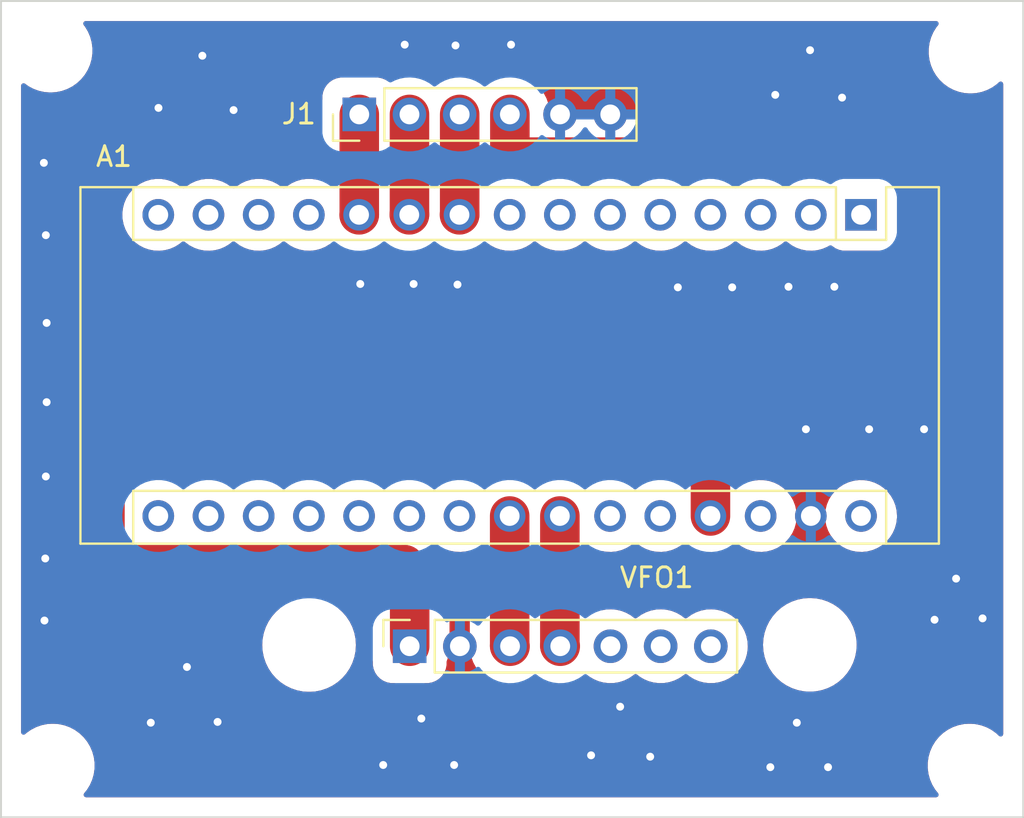
<source format=kicad_pcb>
(kicad_pcb (version 20211014) (generator pcbnew)
  (layers (0 "F.Cu" signal) (31 "B.Cu" signal) (34 "B.Paste" user) (35 "F.Paste" user) (36 "B.SilkS" user "B.Silkscreen") (37 "F.SilkS" user "F.Silkscreen") (38 "B.Mask" user) (39 "F.Mask" user) (44 "Edge.Cuts" user))
  (net 0 "")
  (net 1 "GND")
  (net 10 "Net-(A1-Pad9)")
  (net 22 "Net-(A1-Pad23)")
  (net 23 "Net-(A1-Pad24)")
  (net 26 "+5V")
  (net 32 "Net-(A1-Pad10)")
  (net 33 "Net-(A1-Pad11)")
  (footprint "Connector_PinSocket_2.54mm:PinSocket_1x07_P2.54mm_Vertical" (layer "F.Cu") (at 72.07 57.99 90)
    (fp_text reference "VFO1" (at 3.47 12.5 180) (layer "F.SilkS"))
    (fp_text value "SI5351-Module-VFO" hide)
    (fp_line (start 1.33 -1.33) (end 1.33 0) (layer "F.SilkS") (width 0.12))
    (fp_line (start 0 -1.33) (end 1.33 -1.33) (layer "F.SilkS") (width 0.12))
    (fp_line (start -1.33 1.27) (end -1.33 16.57) (layer "F.SilkS") (width 0.12))
    (fp_line (start -1.33 1.27) (end 1.33 1.27) (layer "F.SilkS") (width 0.12))
    (fp_line (start 1.33 1.27) (end 1.33 16.57) (layer "F.SilkS") (width 0.12))
    (fp_line (start -1.33 16.57) (end 1.33 16.57) (layer "F.SilkS") (width 0.12))
    (pad "1" thru_hole rect locked (at 0 0 90) (size 1.7 1.7) (drill 1) (layers *.Cu *.Mask) (net 26 "+5V"))
    (pad "2" thru_hole oval locked (at 0 2.54 90) (size 1.7 1.7) (drill 1) (layers *.Cu *.Mask) (net 1 "GND"))
    (pad "3" thru_hole oval locked (at 0 5.08 90) (size 1.7 1.7) (drill 1) (layers *.Cu *.Mask) (net 22 "Net-(A1-Pad23)"))
    (pad "4" thru_hole oval locked (at 0 7.62 90) (size 1.7 1.7) (drill 1) (layers *.Cu *.Mask) (net 23 "Net-(A1-Pad24)"))
    (pad "5" thru_hole oval locked (at 0 10.16 90) (size 1.7 1.7) (drill 1) (layers *.Cu *.Mask))
    (pad "6" thru_hole oval locked (at 0 12.7 90) (size 1.7 1.7) (drill 1) (layers *.Cu *.Mask))
    (pad "7" thru_hole oval locked (at 0 15.24 90) (size 1.7 1.7) (drill 1) (layers *.Cu *.Mask))
  )
  (footprint "Connector_PinHeader_2.54mm:PinHeader_1x06_P2.54mm_Vertical" (layer "F.Cu") (at 69.52 31.08 90)
    (fp_text reference "J1" (at 0.02 -3.06 180) (layer "F.SilkS"))
    (fp_text value "IO")
    (fp_line (start -1.33 0) (end -1.33 -1.33) (layer "F.SilkS") (width 0.12))
    (fp_line (start -1.33 1.27) (end -1.33 14.03) (layer "F.SilkS") (width 0.12))
    (fp_line (start -1.33 1.27) (end 1.33 1.27) (layer "F.SilkS") (width 0.12))
    (fp_line (start 1.33 1.27) (end 1.33 14.03) (layer "F.SilkS") (width 0.12))
    (fp_line (start -1.33 -1.33) (end 0 -1.33) (layer "F.SilkS") (width 0.12))
    (fp_line (start -1.33 14.03) (end 1.33 14.03) (layer "F.SilkS") (width 0.12))
    (pad "1" thru_hole rect (at 0 0 90) (size 1.7 1.7) (drill 1) (layers *.Cu *.Mask) (net 33 "Net-(A1-Pad11)"))
    (pad "2" thru_hole oval (at 0 2.54 90) (size 1.7 1.7) (drill 1) (layers *.Cu *.Mask) (net 32 "Net-(A1-Pad10)"))
    (pad "3" thru_hole oval (at 0 5.08 90) (size 1.7 1.7) (drill 1) (layers *.Cu *.Mask) (net 10 "Net-(A1-Pad9)"))
    (pad "4" thru_hole oval (at 0 7.62 90) (size 1.7 1.7) (drill 1) (layers *.Cu *.Mask) (net 26 "+5V"))
    (pad "5" thru_hole oval (at 0 10.16 90) (size 1.7 1.7) (drill 1) (layers *.Cu *.Mask) (net 1 "GND"))
    (pad "6" thru_hole oval (at 0 12.7 90) (size 1.7 1.7) (drill 1) (layers *.Cu *.Mask) (net 1 "GND"))
  )
  (footprint "MountingHole:MountingHole_2.2mm_M2" (layer "F.Cu") (at 100.4 64.03)
    (fp_text reference "H4" hide)
    (fp_text value "MountingHole" hide)
    (pad "" np_thru_hole circle (at 0 0) (size 2.2 2.2) (drill 2.2) (layers *.Cu *.Mask))
  )
  (footprint "MountingHole:MountingHole_2.7mm_M2.5" (layer "F.Cu") (at 66.98 57.93)
    (fp_text reference "S1" hide)
    (fp_text value "MountingHole" hide)
    (pad "" np_thru_hole circle (at 0 0) (size 2.7 2.7) (drill 2.7) (layers *.Cu *.Mask))
  )
  (footprint "MountingHole:MountingHole_2.7mm_M2.5" (layer "F.Cu") (at 92.32 57.92)
    (fp_text reference "S2" hide)
    (fp_text value "MountingHole" hide)
    (pad "" np_thru_hole circle (at 0 0) (size 2.7 2.7) (drill 2.7) (layers *.Cu *.Mask))
  )
  (footprint "MountingHole:MountingHole_2.2mm_M2" (layer "F.Cu") (at 100.45 27.9)
    (fp_text reference "H2" hide)
    (fp_text value "MountingHole" hide)
    (pad "" np_thru_hole circle (at 0 0) (size 2.2 2.2) (drill 2.2) (layers *.Cu *.Mask))
  )
  (footprint "MountingHole:MountingHole_2.2mm_M2" (layer "F.Cu") (at 54.01 64.03)
    (fp_text reference "H3" hide)
    (fp_text value "MountingHole" hide)
    (pad "" np_thru_hole circle (at 0 0) (size 2.2 2.2) (drill 2.2) (layers *.Cu *.Mask))
  )
  (footprint "MountingHole:MountingHole_2.2mm_M2" (layer "F.Cu") (at 53.9 27.85)
    (fp_text reference "H1" hide)
    (fp_text value "MountingHole" hide)
    (pad "" np_thru_hole circle (at 0 0) (size 2.2 2.2) (drill 2.2) (layers *.Cu *.Mask))
  )
  (footprint "Module:Arduino_Nano" (layer "F.Cu") (at 94.91 36.16 -90)
    (fp_text reference "A1" (at -2.95 37.8 180) (layer "F.SilkS"))
    (fp_text value "Nano_v3")
    (fp_line (start -1.4 1.27) (end -1.4 39.5) (layer "F.SilkS") (width 0.12))
    (fp_line (start 13.97 -1.27) (end 16.64 -1.27) (layer "F.SilkS") (width 0.12))
    (fp_line (start 1.27 -1.27) (end -1.4 -1.27) (layer "F.SilkS") (width 0.12))
    (fp_line (start -1.4 -3.94) (end -1.4 -1.27) (layer "F.SilkS") (width 0.12))
    (fp_line (start 1.27 1.27) (end 1.27 -1.27) (layer "F.SilkS") (width 0.12))
    (fp_line (start 1.27 1.27) (end -1.4 1.27) (layer "F.SilkS") (width 0.12))
    (fp_line (start 1.27 36.83) (end -1.4 36.83) (layer "F.SilkS") (width 0.12))
    (fp_line (start 13.97 36.83) (end 16.64 36.83) (layer "F.SilkS") (width 0.12))
    (fp_line (start -1.4 39.5) (end 16.64 39.5) (layer "F.SilkS") (width 0.12))
    (fp_line (start 1.27 1.27) (end 1.27 36.83) (layer "F.SilkS") (width 0.12))
    (fp_line (start 16.64 -3.94) (end -1.4 -3.94) (layer "F.SilkS") (width 0.12))
    (fp_line (start 13.97 -1.27) (end 13.97 36.83) (layer "F.SilkS") (width 0.12))
    (fp_line (start 16.64 39.5) (end 16.64 -3.94) (layer "F.SilkS") (width 0.12))
    (pad "1" thru_hole rect (at 0 0 270) (size 1.6 1.6) (drill 1) (layers *.Cu *.Mask))
    (pad "2" thru_hole oval (at 0 2.54 270) (size 1.6 1.6) (drill 1) (layers *.Cu *.Mask))
    (pad "3" thru_hole oval (at 0 5.08 270) (size 1.6 1.6) (drill 1) (layers *.Cu *.Mask))
    (pad "4" thru_hole oval (at 0 7.62 270) (size 1.6 1.6) (drill 1) (layers *.Cu *.Mask))
    (pad "5" thru_hole oval (at 0 10.16 270) (size 1.6 1.6) (drill 1) (layers *.Cu *.Mask))
    (pad "6" thru_hole oval (at 0 12.7 270) (size 1.6 1.6) (drill 1) (layers *.Cu *.Mask))
    (pad "7" thru_hole oval (at 0 15.24 270) (size 1.6 1.6) (drill 1) (layers *.Cu *.Mask))
    (pad "8" thru_hole oval (at 0 17.78 270) (size 1.6 1.6) (drill 1) (layers *.Cu *.Mask))
    (pad "9" thru_hole oval (at 0 20.32 270) (size 1.6 1.6) (drill 1) (layers *.Cu *.Mask) (net 10 "Net-(A1-Pad9)"))
    (pad "10" thru_hole oval (at 0 22.86 270) (size 1.6 1.6) (drill 1) (layers *.Cu *.Mask) (net 32 "Net-(A1-Pad10)"))
    (pad "11" thru_hole oval (at 0 25.4 270) (size 1.6 1.6) (drill 1) (layers *.Cu *.Mask) (net 33 "Net-(A1-Pad11)"))
    (pad "12" thru_hole oval (at 0 27.94 270) (size 1.6 1.6) (drill 1) (layers *.Cu *.Mask))
    (pad "13" thru_hole oval (at 0 30.48 270) (size 1.6 1.6) (drill 1) (layers *.Cu *.Mask))
    (pad "14" thru_hole oval (at 0 33.02 270) (size 1.6 1.6) (drill 1) (layers *.Cu *.Mask))
    (pad "15" thru_hole oval (at 0 35.56 270) (size 1.6 1.6) (drill 1) (layers *.Cu *.Mask))
    (pad "16" thru_hole oval (at 15.24 35.56 270) (size 1.6 1.6) (drill 1) (layers *.Cu *.Mask))
    (pad "17" thru_hole oval (at 15.24 33.02 270) (size 1.6 1.6) (drill 1) (layers *.Cu *.Mask))
    (pad "18" thru_hole oval (at 15.24 30.48 270) (size 1.6 1.6) (drill 1) (layers *.Cu *.Mask))
    (pad "19" thru_hole oval (at 15.24 27.94 270) (size 1.6 1.6) (drill 1) (layers *.Cu *.Mask))
    (pad "20" thru_hole oval (at 15.24 25.4 270) (size 1.6 1.6) (drill 1) (layers *.Cu *.Mask))
    (pad "21" thru_hole oval (at 15.24 22.86 270) (size 1.6 1.6) (drill 1) (layers *.Cu *.Mask))
    (pad "22" thru_hole oval (at 15.24 20.32 270) (size 1.6 1.6) (drill 1) (layers *.Cu *.Mask))
    (pad "23" thru_hole oval (at 15.24 17.78 270) (size 1.6 1.6) (drill 1) (layers *.Cu *.Mask) (net 22 "Net-(A1-Pad23)"))
    (pad "24" thru_hole oval (at 15.24 15.24 270) (size 1.6 1.6) (drill 1) (layers *.Cu *.Mask) (net 23 "Net-(A1-Pad24)"))
    (pad "25" thru_hole oval (at 15.24 12.7 270) (size 1.6 1.6) (drill 1) (layers *.Cu *.Mask))
    (pad "26" thru_hole oval (at 15.24 10.16 270) (size 1.6 1.6) (drill 1) (layers *.Cu *.Mask))
    (pad "27" thru_hole oval (at 15.24 7.62 270) (size 1.6 1.6) (drill 1) (layers *.Cu *.Mask) (net 26 "+5V"))
    (pad "28" thru_hole oval (at 15.24 5.08 270) (size 1.6 1.6) (drill 1) (layers *.Cu *.Mask))
    (pad "29" thru_hole oval (at 15.24 2.54 270) (size 1.6 1.6) (drill 1) (layers *.Cu *.Mask) (net 1 "GND"))
    (pad "30" thru_hole oval (at 15.24 0 270) (size 1.6 1.6) (drill 1) (layers *.Cu *.Mask))
  )
  (gr_rect (start 51.39 25.34) (end 103.12 66.65) (layer "Edge.Cuts") (width 0.1) (fill none))
  (via (at 93.24 64.11) (size 0.8) (drill 0.4) (layers "F.Cu" "B.Cu") (net 1))
  (via (at 81.25 63.51) (size 0.8) (drill 0.4) (layers "F.Cu" "B.Cu") (net 1))
  (via (at 59.36 30.75) (size 0.8) (drill 0.4) (layers "F.Cu" "B.Cu") (net 1))
  (via (at 53.66 37.19) (size 0.8) (drill 0.4) (layers "F.Cu" "B.Cu") (net 1))
  (via (at 60.8 59.04) (size 0.8) (drill 0.4) (layers "F.Cu" "B.Cu") (net 1))
  (via (at 91.24 39.8) (size 0.8) (drill 0.4) (layers "F.Cu" "B.Cu") (net 1))
  (via (at 84.24 63.58) (size 0.8) (drill 0.4) (layers "F.Cu" "B.Cu") (net 1))
  (via (at 101.06 56.58) (size 0.8) (drill 0.4) (layers "F.Cu" "B.Cu") (net 1))
  (via (at 98.1 47.01) (size 0.8) (drill 0.4) (layers "F.Cu" "B.Cu") (net 1))
  (via (at 74.49 39.69) (size 0.8) (drill 0.4) (layers "F.Cu" "B.Cu") (net 1))
  (via (at 91.66 61.86) (size 0.8) (drill 0.4) (layers "F.Cu" "B.Cu") (net 1))
  (via (at 69.57 39.66) (size 0.8) (drill 0.4) (layers "F.Cu" "B.Cu") (net 1))
  (via (at 63.16 30.86) (size 0.8) (drill 0.4) (layers "F.Cu" "B.Cu") (net 1))
  (via (at 90.57 30.09) (size 0.8) (drill 0.4) (layers "F.Cu" "B.Cu") (net 1))
  (via (at 53.56 33.53) (size 0.8) (drill 0.4) (layers "F.Cu" "B.Cu") (net 1))
  (via (at 72.27 39.66) (size 0.8) (drill 0.4) (layers "F.Cu" "B.Cu") (net 1))
  (via (at 74.39 27.59) (size 0.8) (drill 0.4) (layers "F.Cu" "B.Cu") (net 1))
  (via (at 53.7 41.63) (size 0.8) (drill 0.4) (layers "F.Cu" "B.Cu") (net 1))
  (via (at 98.63 56.65) (size 0.8) (drill 0.4) (layers "F.Cu" "B.Cu") (net 1))
  (via (at 58.97 61.86) (size 0.8) (drill 0.4) (layers "F.Cu" "B.Cu") (net 1))
  (via (at 62.35 61.82) (size 0.8) (drill 0.4) (layers "F.Cu" "B.Cu") (net 1))
  (via (at 90.32 64.11) (size 0.8) (drill 0.4) (layers "F.Cu" "B.Cu") (net 1))
  (via (at 61.58 28.11) (size 0.8) (drill 0.4) (layers "F.Cu" "B.Cu") (net 1))
  (via (at 85.64 39.83) (size 0.8) (drill 0.4) (layers "F.Cu" "B.Cu") (net 1))
  (via (at 93.95 30.23) (size 0.8) (drill 0.4) (layers "F.Cu" "B.Cu") (net 1))
  (via (at 74.32 64) (size 0.8) (drill 0.4) (layers "F.Cu" "B.Cu") (net 1))
  (via (at 53.7 45.64) (size 0.8) (drill 0.4) (layers "F.Cu" "B.Cu") (net 1))
  (via (at 95.32 47.01) (size 0.8) (drill 0.4) (layers "F.Cu" "B.Cu") (net 1))
  (via (at 99.72 54.57) (size 0.8) (drill 0.4) (layers "F.Cu" "B.Cu") (net 1))
  (via (at 53.66 49.4) (size 0.8) (drill 0.4) (layers "F.Cu" "B.Cu") (net 1))
  (via (at 93.56 39.8) (size 0.8) (drill 0.4) (layers "F.Cu" "B.Cu") (net 1))
  (via (at 53.59 56.69) (size 0.8) (drill 0.4) (layers "F.Cu" "B.Cu") (net 1))
  (via (at 71.82 27.55) (size 0.8) (drill 0.4) (layers "F.Cu" "B.Cu") (net 1))
  (via (at 92.33 27.83) (size 0.8) (drill 0.4) (layers "F.Cu" "B.Cu") (net 1))
  (via (at 77.2 27.55) (size 0.8) (drill 0.4) (layers "F.Cu" "B.Cu") (net 1))
  (via (at 88.39 39.83) (size 0.8) (drill 0.4) (layers "F.Cu" "B.Cu") (net 1))
  (via (at 72.66 61.65) (size 0.8) (drill 0.4) (layers "F.Cu" "B.Cu") (net 1))
  (via (at 53.63 53.55) (size 0.8) (drill 0.4) (layers "F.Cu" "B.Cu") (net 1))
  (via (at 92.12 47.01) (size 0.8) (drill 0.4) (layers "F.Cu" "B.Cu") (net 1))
  (via (at 82.72 61.05) (size 0.8) (drill 0.4) (layers "F.Cu" "B.Cu") (net 1))
  (via (at 70.73 64) (size 0.8) (drill 0.4) (layers "F.Cu" "B.Cu") (net 1))
  (segment (start 74.6 36.15) (end 74.59 36.16) (width 2) (layer "F.Cu") (net 10))
  (segment (start 74.6 31.08) (end 74.6 36.15) (width 2) (layer "F.Cu") (net 10))
  (segment (start 77.13 51.4) (end 77.13 57.97) (width 2) (layer "F.Cu") (net 22))
  (segment (start 77.13 57.97) (end 77.15 57.99) (width 2) (layer "F.Cu") (net 22))
  (segment (start 79.67 51.4) (end 79.67 57.97) (width 2) (layer "F.Cu") (net 23))
  (segment (start 79.67 57.97) (end 79.69 57.99) (width 2) (layer "F.Cu") (net 23))
  (segment (start 72.07 57.99) (end 72.07 54.12) (width 2) (layer "F.Cu") (net 26))
  (segment (start 71.82 53.87) (end 57.04 53.87) (width 2) (layer "F.Cu") (net 26))
  (segment (start 72.07 54.12) (end 71.82 53.87) (width 2) (layer "F.Cu") (net 26))
  (segment (start 87.29 43.69) (end 87.03 43.43) (width 2) (layer "F.Cu") (net 26))
  (segment (start 57.03 43.43) (end 87.03 43.43) (width 2) (layer "F.Cu") (net 26))
  (segment (start 97.44 43.43) (end 87.03 43.43) (width 2) (layer "F.Cu") (net 26))
  (segment (start 97.48 33.24) (end 97.98 33.74) (width 2) (layer "F.Cu") (net 26))
  (segment (start 97.98 42.89) (end 97.44 43.43) (width 2) (layer "F.Cu") (net 26))
  (segment (start 77.14 32.87) (end 77.51 33.24) (width 2) (layer "F.Cu") (net 26))
  (segment (start 97.98 33.74) (end 97.98 42.89) (width 2) (layer "F.Cu") (net 26))
  (segment (start 77.51 33.24) (end 97.48 33.24) (width 2) (layer "F.Cu") (net 26))
  (segment (start 56.65 53.48) (end 56.65 43.81) (width 2) (layer "F.Cu") (net 26))
  (segment (start 87.29 51.4) (end 87.29 43.69) (width 2) (layer "F.Cu") (net 26))
  (segment (start 77.14 31.08) (end 77.14 32.87) (width 2) (layer "F.Cu") (net 26))
  (segment (start 56.65 43.81) (end 57.03 43.43) (width 2) (layer "F.Cu") (net 26))
  (segment (start 57.04 53.87) (end 56.65 53.48) (width 2) (layer "F.Cu") (net 26))
  (segment (start 72.06 36.15) (end 72.05 36.16) (width 2) (layer "F.Cu") (net 32))
  (segment (start 72.06 31.08) (end 72.06 36.15) (width 2) (layer "F.Cu") (net 32))
  (segment (start 69.52 36.15) (end 69.51 36.16) (width 2) (layer "F.Cu") (net 33))
  (segment (start 69.52 31.08) (end 69.52 36.15) (width 2) (layer "F.Cu") (net 33))
  (zone (net 1) (net_name "GND") (layer "F.Cu") (connect_pads yes (clearance 1.016)) (min_thickness 0.254) (fill yes (thermal_gap 0.508) (thermal_bridge_width 0.508))
    (polygon (pts (xy 102.970781 25.442645) (xy 102.946189 66.527823) (xy 51.37546 66.545212) (xy 51.4 26.87) (xy 51.420052 25.440034)))
  )
  (zone (net 1) (net_name "GND") (layer "B.Cu") (connect_pads (clearance 1.016)) (min_thickness 0.254) (fill yes (thermal_gap 0.508) (thermal_bridge_width 0.508))
    (polygon (pts (xy 103.12 66.64) (xy 51.4 66.65) (xy 51.39 25.35) (xy 103.11 25.34)))
  )
)
</source>
